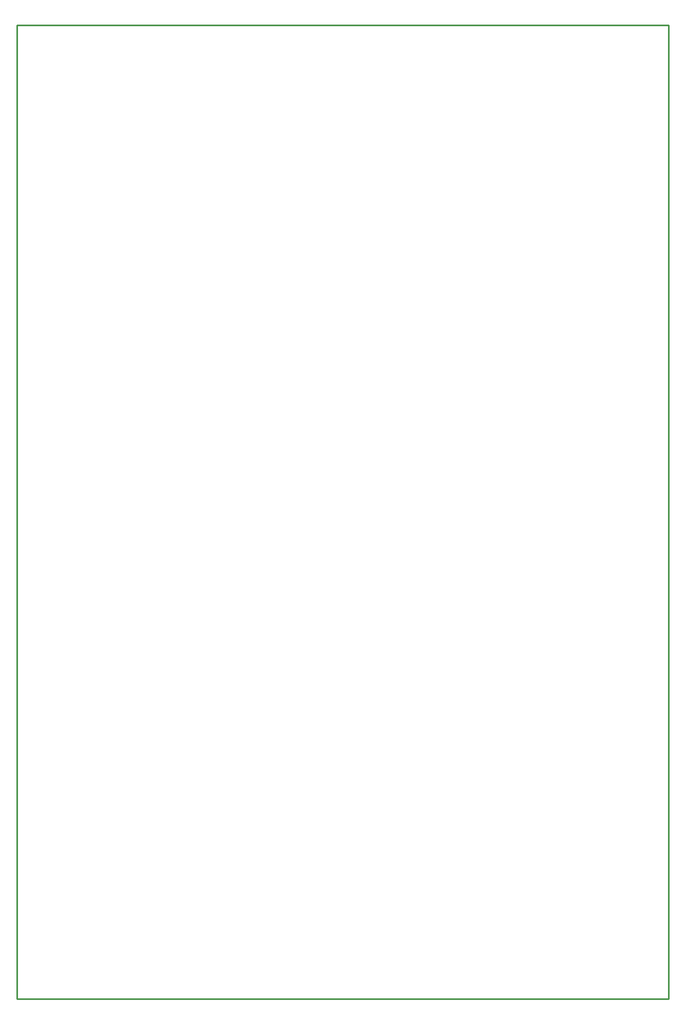
<source format=gbr>
G75*
G71*
%MOMM*%
%OFA0B0*%
%FSLAX53Y53*%
%IPPOS*%
%LPD*%
%ADD10C,0.25000*%
D10*
X0000000Y0000000D02*
X0000000Y0150870D01*
X0101090Y0150870D01*
X0101090Y0000000D01*
X0000000Y0000000D01*
M02*

</source>
